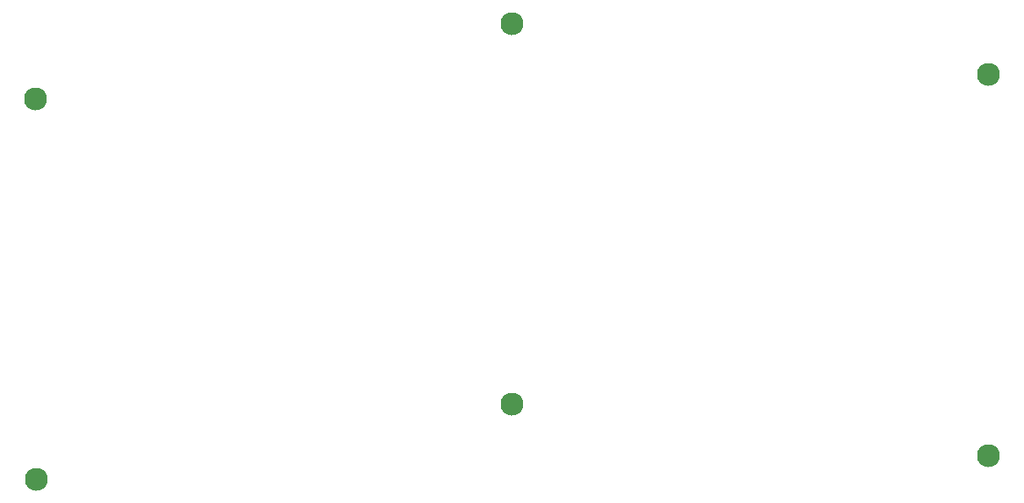
<source format=gbr>
%TF.GenerationSoftware,KiCad,Pcbnew,5.1.6-c6e7f7d~87~ubuntu20.04.1*%
%TF.CreationDate,2020-09-01T20:51:20-05:00*%
%TF.ProjectId,TopPlate,546f7050-6c61-4746-952e-6b696361645f,rev?*%
%TF.SameCoordinates,Original*%
%TF.FileFunction,Soldermask,Top*%
%TF.FilePolarity,Negative*%
%FSLAX46Y46*%
G04 Gerber Fmt 4.6, Leading zero omitted, Abs format (unit mm)*
G04 Created by KiCad (PCBNEW 5.1.6-c6e7f7d~87~ubuntu20.04.1) date 2020-09-01 20:51:20*
%MOMM*%
%LPD*%
G01*
G04 APERTURE LIST*
%ADD10C,2.300000*%
G04 APERTURE END LIST*
D10*
%TO.C,REF\u002A\u002A*%
X51064000Y-96099000D03*
%TD*%
%TO.C,REF\u002A\u002A*%
X51054000Y-57999000D03*
%TD*%
%TO.C,REF\u002A\u002A*%
X98679000Y-50419000D03*
%TD*%
%TO.C,REF\u002A\u002A*%
X98679000Y-88519000D03*
%TD*%
%TO.C,REF\u002A\u002A*%
X146314000Y-93726000D03*
%TD*%
%TO.C,REF\u002A\u002A*%
X146314000Y-55499000D03*
%TD*%
M02*

</source>
